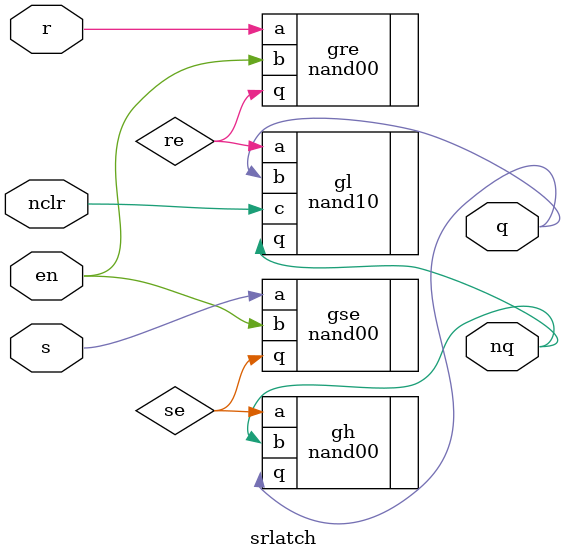
<source format=v>
`timescale 1ns/1ps

/*

Active high SR latch

*/

module srlatch(
        input en,
        input s,
        input r,
        input nclr,
        output q,
        output nq
    );

    wire se, re;

    nand00 gse(
        .a(s),
        .b(en),
        .q(se)
    );
    nand00 gre(
        .a(r),
        .b(en),
        .q(re)
    );
    nand00 gh(
        .a(se),
        .b(nq),
        .q(q)
    );
    nand10 gl(
        .a(re),
        .b(q),
        .c(nclr),
        .q(nq)
    );
endmodule 
</source>
